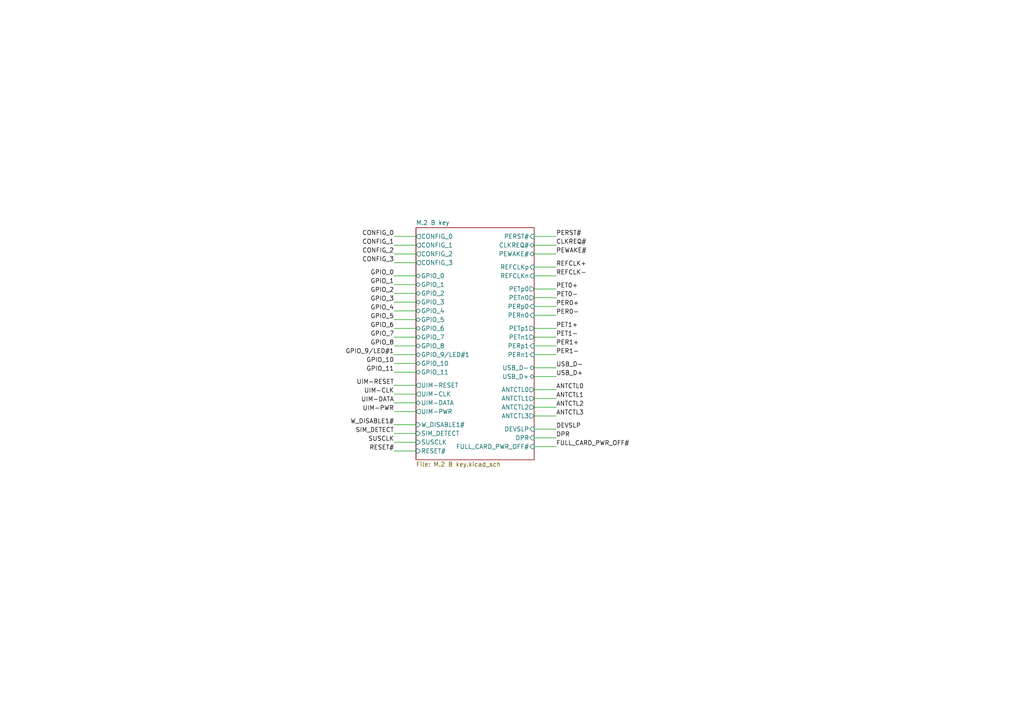
<source format=kicad_sch>
(kicad_sch
	(version 20250114)
	(generator "eeschema")
	(generator_version "9.0")
	(uuid "f02f9a67-3421-481f-99a5-004295b9b181")
	(paper "A4")
	(lib_symbols)
	(wire
		(pts
			(xy 114.3 76.2) (xy 120.65 76.2)
		)
		(stroke
			(width 0)
			(type default)
		)
		(uuid "066cd0ea-e400-4d9a-b858-86eea6046080")
	)
	(wire
		(pts
			(xy 114.3 123.19) (xy 120.65 123.19)
		)
		(stroke
			(width 0)
			(type default)
		)
		(uuid "1673f30a-facd-4d3b-af6f-d565a4c1be90")
	)
	(wire
		(pts
			(xy 114.3 95.25) (xy 120.65 95.25)
		)
		(stroke
			(width 0)
			(type default)
		)
		(uuid "1a96121b-7493-4fc8-8bad-00ae82605e99")
	)
	(wire
		(pts
			(xy 154.94 106.68) (xy 161.29 106.68)
		)
		(stroke
			(width 0)
			(type default)
		)
		(uuid "1efa6422-06a1-4667-bf9c-b75c3fd7f93e")
	)
	(wire
		(pts
			(xy 114.3 87.63) (xy 120.65 87.63)
		)
		(stroke
			(width 0)
			(type default)
		)
		(uuid "24ea6ff0-9485-4bd6-a858-8aecd8085086")
	)
	(wire
		(pts
			(xy 114.3 92.71) (xy 120.65 92.71)
		)
		(stroke
			(width 0)
			(type default)
		)
		(uuid "29e5975b-f0b7-4cc6-974a-2a47cf10cf34")
	)
	(wire
		(pts
			(xy 114.3 73.66) (xy 120.65 73.66)
		)
		(stroke
			(width 0)
			(type default)
		)
		(uuid "381e3cb6-e61e-4050-b744-f7653a55c68d")
	)
	(wire
		(pts
			(xy 154.94 100.33) (xy 161.29 100.33)
		)
		(stroke
			(width 0)
			(type default)
		)
		(uuid "3f85d3d8-6acf-4611-b066-dbff3371ec26")
	)
	(wire
		(pts
			(xy 154.94 97.79) (xy 161.29 97.79)
		)
		(stroke
			(width 0)
			(type default)
		)
		(uuid "4c51acb4-7f7e-4b7f-8943-76fa4d155456")
	)
	(wire
		(pts
			(xy 114.3 107.95) (xy 120.65 107.95)
		)
		(stroke
			(width 0)
			(type default)
		)
		(uuid "4e17bde6-ad2b-4a5e-84ad-d41e33d38dce")
	)
	(wire
		(pts
			(xy 154.94 86.36) (xy 161.29 86.36)
		)
		(stroke
			(width 0)
			(type default)
		)
		(uuid "4e5c85e5-3d57-4a46-9a75-3a5c6b2e0a22")
	)
	(wire
		(pts
			(xy 114.3 82.55) (xy 120.65 82.55)
		)
		(stroke
			(width 0)
			(type default)
		)
		(uuid "5484bd50-9c9e-4a34-b658-a3fca3600bfe")
	)
	(wire
		(pts
			(xy 114.3 105.41) (xy 120.65 105.41)
		)
		(stroke
			(width 0)
			(type default)
		)
		(uuid "565a3d4d-297a-4a57-b88e-810627304d0e")
	)
	(wire
		(pts
			(xy 154.94 109.22) (xy 161.29 109.22)
		)
		(stroke
			(width 0)
			(type default)
		)
		(uuid "5cd25c9c-5826-41f2-b719-2bc665a110ac")
	)
	(wire
		(pts
			(xy 154.94 88.9) (xy 161.29 88.9)
		)
		(stroke
			(width 0)
			(type default)
		)
		(uuid "6e093dba-3314-4483-a4b5-a08828536290")
	)
	(wire
		(pts
			(xy 114.3 71.12) (xy 120.65 71.12)
		)
		(stroke
			(width 0)
			(type default)
		)
		(uuid "6e3268c9-be55-4f38-b776-5696790b463c")
	)
	(wire
		(pts
			(xy 114.3 97.79) (xy 120.65 97.79)
		)
		(stroke
			(width 0)
			(type default)
		)
		(uuid "6eb6eec8-bc32-4d45-acc9-371c45ba0ec2")
	)
	(wire
		(pts
			(xy 154.94 102.87) (xy 161.29 102.87)
		)
		(stroke
			(width 0)
			(type default)
		)
		(uuid "6f1c1c6c-7dad-42d8-82f0-bd48183092a0")
	)
	(wire
		(pts
			(xy 154.94 80.01) (xy 161.29 80.01)
		)
		(stroke
			(width 0)
			(type default)
		)
		(uuid "74138786-d42d-4ee4-a34d-48233a6a56ec")
	)
	(wire
		(pts
			(xy 154.94 77.47) (xy 161.29 77.47)
		)
		(stroke
			(width 0)
			(type default)
		)
		(uuid "951652a6-489e-490b-b977-dce76ea5aa63")
	)
	(wire
		(pts
			(xy 154.94 124.46) (xy 161.29 124.46)
		)
		(stroke
			(width 0)
			(type default)
		)
		(uuid "9b7fa789-5f35-4da3-a359-8aefbdb81e5b")
	)
	(wire
		(pts
			(xy 154.94 129.54) (xy 161.29 129.54)
		)
		(stroke
			(width 0)
			(type default)
		)
		(uuid "9b94a517-7636-46ee-b0de-77e6229cd1bf")
	)
	(wire
		(pts
			(xy 114.3 102.87) (xy 120.65 102.87)
		)
		(stroke
			(width 0)
			(type default)
		)
		(uuid "a0621926-7729-473f-963d-386e4d23463e")
	)
	(wire
		(pts
			(xy 114.3 128.27) (xy 120.65 128.27)
		)
		(stroke
			(width 0)
			(type default)
		)
		(uuid "a1dee19d-8cc1-4a9b-9138-c42447e4718c")
	)
	(wire
		(pts
			(xy 154.94 115.57) (xy 161.29 115.57)
		)
		(stroke
			(width 0)
			(type default)
		)
		(uuid "a39bd202-b46a-440d-b1e4-946bbadc79ae")
	)
	(wire
		(pts
			(xy 154.94 118.11) (xy 161.29 118.11)
		)
		(stroke
			(width 0)
			(type default)
		)
		(uuid "ad5743f8-0895-427c-a891-bcbf29ce7710")
	)
	(wire
		(pts
			(xy 154.94 120.65) (xy 161.29 120.65)
		)
		(stroke
			(width 0)
			(type default)
		)
		(uuid "b6f58278-64b1-4332-a610-96b01d005bb9")
	)
	(wire
		(pts
			(xy 154.94 95.25) (xy 161.29 95.25)
		)
		(stroke
			(width 0)
			(type default)
		)
		(uuid "b7929a7c-1bad-4070-b257-ec0fc17953c6")
	)
	(wire
		(pts
			(xy 114.3 116.84) (xy 120.65 116.84)
		)
		(stroke
			(width 0)
			(type default)
		)
		(uuid "bb505c5d-a85b-4427-aaeb-74ac47445afd")
	)
	(wire
		(pts
			(xy 114.3 111.76) (xy 120.65 111.76)
		)
		(stroke
			(width 0)
			(type default)
		)
		(uuid "bec8b244-00b9-4c81-a936-afbe1c580dc7")
	)
	(wire
		(pts
			(xy 114.3 114.3) (xy 120.65 114.3)
		)
		(stroke
			(width 0)
			(type default)
		)
		(uuid "c409d997-bcdb-43c2-a22d-91f8b8a6d7f2")
	)
	(wire
		(pts
			(xy 154.94 91.44) (xy 161.29 91.44)
		)
		(stroke
			(width 0)
			(type default)
		)
		(uuid "ce7105f7-c89d-49fe-a604-698f4fc5a74d")
	)
	(wire
		(pts
			(xy 114.3 130.81) (xy 120.65 130.81)
		)
		(stroke
			(width 0)
			(type default)
		)
		(uuid "ceb49c4d-3c04-40c1-8954-ddff64c3765b")
	)
	(wire
		(pts
			(xy 114.3 90.17) (xy 120.65 90.17)
		)
		(stroke
			(width 0)
			(type default)
		)
		(uuid "ceb4d7eb-0385-477f-a6bf-24b3329f610b")
	)
	(wire
		(pts
			(xy 154.94 71.12) (xy 161.29 71.12)
		)
		(stroke
			(width 0)
			(type default)
		)
		(uuid "d86853b8-8321-4a01-bbf4-3811b3fded1f")
	)
	(wire
		(pts
			(xy 114.3 100.33) (xy 120.65 100.33)
		)
		(stroke
			(width 0)
			(type default)
		)
		(uuid "db1df719-6218-48e5-8612-bafc34413fc1")
	)
	(wire
		(pts
			(xy 114.3 125.73) (xy 120.65 125.73)
		)
		(stroke
			(width 0)
			(type default)
		)
		(uuid "dcac5cb9-c42c-419c-919b-07a7ce9bdd94")
	)
	(wire
		(pts
			(xy 154.94 73.66) (xy 161.29 73.66)
		)
		(stroke
			(width 0)
			(type default)
		)
		(uuid "dd0a4c55-844c-4239-b747-546737698fe6")
	)
	(wire
		(pts
			(xy 114.3 80.01) (xy 120.65 80.01)
		)
		(stroke
			(width 0)
			(type default)
		)
		(uuid "e6a0a04f-35e2-4d29-95f1-48d943a5cab2")
	)
	(wire
		(pts
			(xy 114.3 85.09) (xy 120.65 85.09)
		)
		(stroke
			(width 0)
			(type default)
		)
		(uuid "e6d8bf0b-7844-46f0-8f87-44e446a0c5dc")
	)
	(wire
		(pts
			(xy 154.94 127) (xy 161.29 127)
		)
		(stroke
			(width 0)
			(type default)
		)
		(uuid "f438a760-0595-4395-bcda-301c9bdd6a12")
	)
	(wire
		(pts
			(xy 154.94 113.03) (xy 161.29 113.03)
		)
		(stroke
			(width 0)
			(type default)
		)
		(uuid "f4840ecf-983e-4630-b5aa-41ee0d2f22a5")
	)
	(wire
		(pts
			(xy 154.94 83.82) (xy 161.29 83.82)
		)
		(stroke
			(width 0)
			(type default)
		)
		(uuid "f638811d-1e77-496a-9c50-17c7a62e4494")
	)
	(wire
		(pts
			(xy 154.94 68.58) (xy 161.29 68.58)
		)
		(stroke
			(width 0)
			(type default)
		)
		(uuid "f6a7d307-d824-43bd-ad70-c9e871e49218")
	)
	(wire
		(pts
			(xy 114.3 68.58) (xy 120.65 68.58)
		)
		(stroke
			(width 0)
			(type default)
		)
		(uuid "f9e5ddde-6fa3-4f79-bba7-87f149cb229c")
	)
	(wire
		(pts
			(xy 114.3 119.38) (xy 120.65 119.38)
		)
		(stroke
			(width 0)
			(type default)
		)
		(uuid "fdf5f751-4381-4479-89d6-b231f54c8c4e")
	)
	(label "GPIO_7"
		(at 114.3 97.79 180)
		(effects
			(font
				(size 1.27 1.27)
			)
			(justify right bottom)
		)
		(uuid "00373f32-4156-490e-9a9c-452cff006b93")
	)
	(label "SUSCLK"
		(at 114.3 128.27 180)
		(effects
			(font
				(size 1.27 1.27)
			)
			(justify right bottom)
		)
		(uuid "00ccb8e5-d3a5-49b0-8d64-a48311b5b4ad")
	)
	(label "GPIO_5"
		(at 114.3 92.71 180)
		(effects
			(font
				(size 1.27 1.27)
			)
			(justify right bottom)
		)
		(uuid "0c0e0b68-4e64-448f-ac84-93a7c602600f")
	)
	(label "CLKREQ#"
		(at 161.29 71.12 0)
		(effects
			(font
				(size 1.27 1.27)
			)
			(justify left bottom)
		)
		(uuid "0d267bff-4df0-4c6c-9ae4-1bacc818592a")
	)
	(label "RESET#"
		(at 114.3 130.81 180)
		(effects
			(font
				(size 1.27 1.27)
			)
			(justify right bottom)
		)
		(uuid "1d87552f-2931-4d51-a735-3366bede16ac")
	)
	(label "PERST#"
		(at 161.29 68.58 0)
		(effects
			(font
				(size 1.27 1.27)
			)
			(justify left bottom)
		)
		(uuid "22559b2d-b12a-4e6a-a661-7f416a2c33cb")
	)
	(label "USB_D-"
		(at 161.29 106.68 0)
		(effects
			(font
				(size 1.27 1.27)
			)
			(justify left bottom)
		)
		(uuid "2449844f-6cb0-4d7c-9553-f3599b26a12f")
	)
	(label "UIM-CLK"
		(at 114.3 114.3 180)
		(effects
			(font
				(size 1.27 1.27)
			)
			(justify right bottom)
		)
		(uuid "26f170f3-d884-442a-a117-f9616bdc1e85")
	)
	(label "W_DISABLE1#"
		(at 114.3 123.19 180)
		(effects
			(font
				(size 1.27 1.27)
			)
			(justify right bottom)
		)
		(uuid "27ab72ea-9d08-491a-8c91-88a8e42d786b")
	)
	(label "CONFIG_2"
		(at 114.3 73.66 180)
		(effects
			(font
				(size 1.27 1.27)
			)
			(justify right bottom)
		)
		(uuid "315c2781-061e-4320-a3c1-f66fbfb021cf")
	)
	(label "DEVSLP"
		(at 161.29 124.46 0)
		(effects
			(font
				(size 1.27 1.27)
			)
			(justify left bottom)
		)
		(uuid "38f5a212-31e3-439a-8285-155c8f349eb1")
	)
	(label "UIM-RESET"
		(at 114.3 111.76 180)
		(effects
			(font
				(size 1.27 1.27)
			)
			(justify right bottom)
		)
		(uuid "40f85764-6b2f-44c5-a23c-eafca428446f")
	)
	(label "USB_D+"
		(at 161.29 109.22 0)
		(effects
			(font
				(size 1.27 1.27)
			)
			(justify left bottom)
		)
		(uuid "45baab93-ff42-4d34-8217-b658640bd497")
	)
	(label "ANTCTL3"
		(at 161.29 120.65 0)
		(effects
			(font
				(size 1.27 1.27)
			)
			(justify left bottom)
		)
		(uuid "4859580e-acb7-49ed-b52e-549a7d083b9d")
	)
	(label "CONFIG_1"
		(at 114.3 71.12 180)
		(effects
			(font
				(size 1.27 1.27)
			)
			(justify right bottom)
		)
		(uuid "4bb838c5-bec8-4812-add1-ba79f5433cc9")
	)
	(label "REFCLK+"
		(at 161.29 77.47 0)
		(effects
			(font
				(size 1.27 1.27)
			)
			(justify left bottom)
		)
		(uuid "5376af44-ec41-461a-8ef5-e9c88c1abb65")
	)
	(label "CONFIG_0"
		(at 114.3 68.58 180)
		(effects
			(font
				(size 1.27 1.27)
			)
			(justify right bottom)
		)
		(uuid "55d6f3e4-d04e-4b27-8321-dbf7b1c6aa09")
	)
	(label "PEWAKE#"
		(at 161.29 73.66 0)
		(effects
			(font
				(size 1.27 1.27)
			)
			(justify left bottom)
		)
		(uuid "5a53a4e4-0e03-4202-b200-ad354b9c953f")
	)
	(label "GPIO_11"
		(at 114.3 107.95 180)
		(effects
			(font
				(size 1.27 1.27)
			)
			(justify right bottom)
		)
		(uuid "6547cae5-ba8c-494c-929f-fc1a43b887e0")
	)
	(label "GPIO_1"
		(at 114.3 82.55 180)
		(effects
			(font
				(size 1.27 1.27)
			)
			(justify right bottom)
		)
		(uuid "6c5fe867-1d4c-4e49-8ba3-581e529021b5")
	)
	(label "GPIO_10"
		(at 114.3 105.41 180)
		(effects
			(font
				(size 1.27 1.27)
			)
			(justify right bottom)
		)
		(uuid "6e276500-a5eb-45e1-83bb-89c9f1af188a")
	)
	(label "FULL_CARD_PWR_OFF#"
		(at 161.29 129.54 0)
		(effects
			(font
				(size 1.27 1.27)
			)
			(justify left bottom)
		)
		(uuid "732d23e5-787c-413f-a7f9-c07b726376cb")
	)
	(label "GPIO_2"
		(at 114.3 85.09 180)
		(effects
			(font
				(size 1.27 1.27)
			)
			(justify right bottom)
		)
		(uuid "740da36c-ef50-49de-a1d1-62efdf507e15")
	)
	(label "PER0+"
		(at 161.29 88.9 0)
		(effects
			(font
				(size 1.27 1.27)
			)
			(justify left bottom)
		)
		(uuid "7d36efcb-468c-4b62-be7d-1e9c25ea2a13")
	)
	(label "CONFIG_3"
		(at 114.3 76.2 180)
		(effects
			(font
				(size 1.27 1.27)
			)
			(justify right bottom)
		)
		(uuid "8a73a1ec-ef71-4c77-8ddd-38aa7efbe2f9")
	)
	(label "DPR"
		(at 161.29 127 0)
		(effects
			(font
				(size 1.27 1.27)
			)
			(justify left bottom)
		)
		(uuid "91a3d272-df55-45a8-9141-5c9ce857b9fe")
	)
	(label "ANTCTL2"
		(at 161.29 118.11 0)
		(effects
			(font
				(size 1.27 1.27)
			)
			(justify left bottom)
		)
		(uuid "9a6385b1-1b3a-4f88-9eec-bb4f8d591967")
	)
	(label "PET1-"
		(at 161.29 97.79 0)
		(effects
			(font
				(size 1.27 1.27)
			)
			(justify left bottom)
		)
		(uuid "9c328d2f-09f1-43db-9955-843067c6a2b5")
	)
	(label "GPIO_9{slash}LED#1"
		(at 114.3 102.87 180)
		(effects
			(font
				(size 1.27 1.27)
			)
			(justify right bottom)
		)
		(uuid "9dbe6677-6b43-47ca-9665-6d0e13c93bd4")
	)
	(label "GPIO_4"
		(at 114.3 90.17 180)
		(effects
			(font
				(size 1.27 1.27)
			)
			(justify right bottom)
		)
		(uuid "b793bf9e-540a-4a46-8c62-04e295f90bb0")
	)
	(label "PET0+"
		(at 161.29 83.82 0)
		(effects
			(font
				(size 1.27 1.27)
			)
			(justify left bottom)
		)
		(uuid "b93821a0-f3c4-4e56-abd6-4330bdcda584")
	)
	(label "PER1+"
		(at 161.29 100.33 0)
		(effects
			(font
				(size 1.27 1.27)
			)
			(justify left bottom)
		)
		(uuid "c5fc9256-7a82-4467-92e7-ae9dcf24b9d1")
	)
	(label "PER1-"
		(at 161.29 102.87 0)
		(effects
			(font
				(size 1.27 1.27)
			)
			(justify left bottom)
		)
		(uuid "ce994d2a-29dc-483c-b6bd-4c88ecdb9498")
	)
	(label "ANTCTL1"
		(at 161.29 115.57 0)
		(effects
			(font
				(size 1.27 1.27)
			)
			(justify left bottom)
		)
		(uuid "d2c9bbdf-9fec-4c0e-98ef-c4f381030e2e")
	)
	(label "PER0-"
		(at 161.29 91.44 0)
		(effects
			(font
				(size 1.27 1.27)
			)
			(justify left bottom)
		)
		(uuid "d36a8c0b-c158-4369-a9b1-5b238d7a10cd")
	)
	(label "UIM-DATA"
		(at 114.3 116.84 180)
		(effects
			(font
				(size 1.27 1.27)
			)
			(justify right bottom)
		)
		(uuid "d61762b2-9936-431a-b5d0-03069a59d33b")
	)
	(label "GPIO_8"
		(at 114.3 100.33 180)
		(effects
			(font
				(size 1.27 1.27)
			)
			(justify right bottom)
		)
		(uuid "d6a531c5-efa3-4ff8-9cfe-693869e78b87")
	)
	(label "GPIO_3"
		(at 114.3 87.63 180)
		(effects
			(font
				(size 1.27 1.27)
			)
			(justify right bottom)
		)
		(uuid "d7bfb558-5fa7-4a01-b42d-acd011bc1d29")
	)
	(label "GPIO_0"
		(at 114.3 80.01 180)
		(effects
			(font
				(size 1.27 1.27)
			)
			(justify right bottom)
		)
		(uuid "da391cd0-32e4-4981-8d30-7c338da77a7a")
	)
	(label "PET1+"
		(at 161.29 95.25 0)
		(effects
			(font
				(size 1.27 1.27)
			)
			(justify left bottom)
		)
		(uuid "e1c923b5-4bc7-477a-8ba2-e60669d32965")
	)
	(label "PET0-"
		(at 161.29 86.36 0)
		(effects
			(font
				(size 1.27 1.27)
			)
			(justify left bottom)
		)
		(uuid "e743c1b1-ee90-4e67-93dc-1b929f6304e4")
	)
	(label "REFCLK-"
		(at 161.29 80.01 0)
		(effects
			(font
				(size 1.27 1.27)
			)
			(justify left bottom)
		)
		(uuid "ea46a3d5-2f1e-4a44-a674-fd1984fe98b0")
	)
	(label "ANTCTL0"
		(at 161.29 113.03 0)
		(effects
			(font
				(size 1.27 1.27)
			)
			(justify left bottom)
		)
		(uuid "ef8d18f6-9ec3-4fbe-8c43-58c3debe3f63")
	)
	(label "GPIO_6"
		(at 114.3 95.25 180)
		(effects
			(font
				(size 1.27 1.27)
			)
			(justify right bottom)
		)
		(uuid "f01e9507-7175-4f58-a329-4302fe21eaa0")
	)
	(label "UIM-PWR"
		(at 114.3 119.38 180)
		(effects
			(font
				(size 1.27 1.27)
			)
			(justify right bottom)
		)
		(uuid "fbe8de91-53c4-4817-ac1b-5de46907aa67")
	)
	(label "SIM_DETECT"
		(at 114.3 125.73 180)
		(effects
			(font
				(size 1.27 1.27)
			)
			(justify right bottom)
		)
		(uuid "fcc045fc-82db-4517-9cc0-3e7f4b248328")
	)
	(sheet
		(at 120.65 66.04)
		(size 34.29 67.31)
		(exclude_from_sim no)
		(in_bom yes)
		(on_board yes)
		(dnp no)
		(fields_autoplaced yes)
		(stroke
			(width 0.1524)
			(type solid)
		)
		(fill
			(color 0 0 0 0.0000)
		)
		(uuid "92addd49-db95-4efd-bbd3-9567435e8834")
		(property "Sheetname" "M.2 B key"
			(at 120.65 65.3284 0)
			(effects
				(font
					(size 1.27 1.27)
				)
				(justify left bottom)
			)
		)
		(property "Sheetfile" "M.2 B key.kicad_sch"
			(at 120.65 133.9346 0)
			(effects
				(font
					(size 1.27 1.27)
				)
				(justify left top)
			)
		)
		(pin "CONFIG_1" output
			(at 120.65 71.12 180)
			(uuid "85c18cca-09a3-49cb-b0a1-7c79a1190624")
			(effects
				(font
					(size 1.27 1.27)
				)
				(justify left)
			)
		)
		(pin "CONFIG_3" output
			(at 120.65 76.2 180)
			(uuid "f05978a6-6826-4daa-92a5-f4ad8f0daab2")
			(effects
				(font
					(size 1.27 1.27)
				)
				(justify left)
			)
		)
		(pin "CONFIG_0" output
			(at 120.65 68.58 180)
			(uuid "d210bf4f-c5fd-44a9-a6ae-f87fb5b1a554")
			(effects
				(font
					(size 1.27 1.27)
				)
				(justify left)
			)
		)
		(pin "CONFIG_2" output
			(at 120.65 73.66 180)
			(uuid "53f0e869-4a41-4690-9ef4-1af53b4f5c53")
			(effects
				(font
					(size 1.27 1.27)
				)
				(justify left)
			)
		)
		(pin "GPIO_5" bidirectional
			(at 120.65 92.71 180)
			(uuid "99ff6219-d7bd-40b8-bf6e-2a7b3f38b35b")
			(effects
				(font
					(size 1.27 1.27)
				)
				(justify left)
			)
		)
		(pin "GPIO_9/LED#1" bidirectional
			(at 120.65 102.87 180)
			(uuid "6c5abac1-45d1-407b-97d9-f6b78a6327bb")
			(effects
				(font
					(size 1.27 1.27)
				)
				(justify left)
			)
		)
		(pin "GPIO_6" bidirectional
			(at 120.65 95.25 180)
			(uuid "d1b9e224-ef0d-4936-9ddd-d2427d5d01ad")
			(effects
				(font
					(size 1.27 1.27)
				)
				(justify left)
			)
		)
		(pin "GPIO_4" bidirectional
			(at 120.65 90.17 180)
			(uuid "1eb6ed0f-8753-4d88-8b3b-6d718ca04052")
			(effects
				(font
					(size 1.27 1.27)
				)
				(justify left)
			)
		)
		(pin "GPIO_3" bidirectional
			(at 120.65 87.63 180)
			(uuid "39a4a8d0-c02c-44a0-8cb1-1fec1f16f2d5")
			(effects
				(font
					(size 1.27 1.27)
				)
				(justify left)
			)
		)
		(pin "GPIO_2" bidirectional
			(at 120.65 85.09 180)
			(uuid "7a9d6ec5-671c-4c90-b68c-c1a294e12b4b")
			(effects
				(font
					(size 1.27 1.27)
				)
				(justify left)
			)
		)
		(pin "GPIO_11" bidirectional
			(at 120.65 107.95 180)
			(uuid "c3652d20-1c25-454d-8f80-a191e0ff44f9")
			(effects
				(font
					(size 1.27 1.27)
				)
				(justify left)
			)
		)
		(pin "GPIO_10" bidirectional
			(at 120.65 105.41 180)
			(uuid "29b5da7c-1e4b-410e-a6fd-56191f11028f")
			(effects
				(font
					(size 1.27 1.27)
				)
				(justify left)
			)
		)
		(pin "GPIO_7" bidirectional
			(at 120.65 97.79 180)
			(uuid "87a96a28-2995-40b6-b2c4-220152e930d8")
			(effects
				(font
					(size 1.27 1.27)
				)
				(justify left)
			)
		)
		(pin "GPIO_8" bidirectional
			(at 120.65 100.33 180)
			(uuid "c2cd1249-60bf-43f9-8075-f07468f2d426")
			(effects
				(font
					(size 1.27 1.27)
				)
				(justify left)
			)
		)
		(pin "GPIO_1" bidirectional
			(at 120.65 82.55 180)
			(uuid "54d06fae-d802-4d57-a136-908ea8bfe586")
			(effects
				(font
					(size 1.27 1.27)
				)
				(justify left)
			)
		)
		(pin "GPIO_0" bidirectional
			(at 120.65 80.01 180)
			(uuid "0d8ee182-6833-492e-a3ca-b3602a79ff57")
			(effects
				(font
					(size 1.27 1.27)
				)
				(justify left)
			)
		)
		(pin "UIM-RESET" output
			(at 120.65 111.76 180)
			(uuid "8bbd94b3-309a-427c-9702-b8137ade0657")
			(effects
				(font
					(size 1.27 1.27)
				)
				(justify left)
			)
		)
		(pin "UIM-CLK" output
			(at 120.65 114.3 180)
			(uuid "4bf8aa30-7e16-4cfa-8d13-3206c507764e")
			(effects
				(font
					(size 1.27 1.27)
				)
				(justify left)
			)
		)
		(pin "UIM-DATA" bidirectional
			(at 120.65 116.84 180)
			(uuid "b7659259-d78c-4d67-b2af-64ae9cca82a6")
			(effects
				(font
					(size 1.27 1.27)
				)
				(justify left)
			)
		)
		(pin "UIM-PWR" output
			(at 120.65 119.38 180)
			(uuid "cb097e02-3a13-4b07-8c9b-d701b022891c")
			(effects
				(font
					(size 1.27 1.27)
				)
				(justify left)
			)
		)
		(pin "PERST#" input
			(at 154.94 68.58 0)
			(uuid "fbbbaafb-21f7-45b5-9a9e-a46094239a2f")
			(effects
				(font
					(size 1.27 1.27)
				)
				(justify right)
			)
		)
		(pin "PEWAKE#" bidirectional
			(at 154.94 73.66 0)
			(uuid "8e1a4624-f7c7-42c2-8dfd-b00e78f3c1a3")
			(effects
				(font
					(size 1.27 1.27)
				)
				(justify right)
			)
		)
		(pin "CLKREQ#" bidirectional
			(at 154.94 71.12 0)
			(uuid "67abbe86-bbd3-4a7e-917c-5f48bbbe2084")
			(effects
				(font
					(size 1.27 1.27)
				)
				(justify right)
			)
		)
		(pin "REFCLKp" input
			(at 154.94 77.47 0)
			(uuid "99aa27e3-f3b4-43b0-a05c-8880692cddf5")
			(effects
				(font
					(size 1.27 1.27)
				)
				(justify right)
			)
		)
		(pin "REFCLKn" input
			(at 154.94 80.01 0)
			(uuid "94648156-1e4b-4559-933d-3bf5af52ea1c")
			(effects
				(font
					(size 1.27 1.27)
				)
				(justify right)
			)
		)
		(pin "PETp0" output
			(at 154.94 83.82 0)
			(uuid "bf0b3142-e7ac-4349-8a02-0be36add5fac")
			(effects
				(font
					(size 1.27 1.27)
				)
				(justify right)
			)
		)
		(pin "PETn0" output
			(at 154.94 86.36 0)
			(uuid "aa0c5220-b2b9-4e01-85e9-bec01d23349b")
			(effects
				(font
					(size 1.27 1.27)
				)
				(justify right)
			)
		)
		(pin "PERn0" input
			(at 154.94 91.44 0)
			(uuid "19c2cc4d-7ae1-4211-869d-f7e195592991")
			(effects
				(font
					(size 1.27 1.27)
				)
				(justify right)
			)
		)
		(pin "PERp0" input
			(at 154.94 88.9 0)
			(uuid "5f5e66c4-1351-43bc-bc07-8208a236cf55")
			(effects
				(font
					(size 1.27 1.27)
				)
				(justify right)
			)
		)
		(pin "PETp1" output
			(at 154.94 95.25 0)
			(uuid "322cce76-e04f-44b4-8267-c68bee8a6213")
			(effects
				(font
					(size 1.27 1.27)
				)
				(justify right)
			)
		)
		(pin "PETn1" output
			(at 154.94 97.79 0)
			(uuid "2b571fb3-2c98-4612-8e4b-473509e07d27")
			(effects
				(font
					(size 1.27 1.27)
				)
				(justify right)
			)
		)
		(pin "PERn1" input
			(at 154.94 102.87 0)
			(uuid "69caf58b-704c-4b3e-8727-48731a7d6a42")
			(effects
				(font
					(size 1.27 1.27)
				)
				(justify right)
			)
		)
		(pin "PERp1" input
			(at 154.94 100.33 0)
			(uuid "a8410d15-244a-461e-b9dd-8dace61d0082")
			(effects
				(font
					(size 1.27 1.27)
				)
				(justify right)
			)
		)
		(pin "USB_D-" bidirectional
			(at 154.94 106.68 0)
			(uuid "1aa2e411-2fd2-46ef-8525-497dc058e7c6")
			(effects
				(font
					(size 1.27 1.27)
				)
				(justify right)
			)
		)
		(pin "USB_D+" bidirectional
			(at 154.94 109.22 0)
			(uuid "fd89bf83-a410-4bd3-962f-aec75b148f9a")
			(effects
				(font
					(size 1.27 1.27)
				)
				(justify right)
			)
		)
		(pin "ANTCTL0" output
			(at 154.94 113.03 0)
			(uuid "db7abc2d-233d-4c6c-96ac-d0a700425248")
			(effects
				(font
					(size 1.27 1.27)
				)
				(justify right)
			)
		)
		(pin "ANTCTL3" output
			(at 154.94 120.65 0)
			(uuid "fb2471b0-6af2-424d-b372-64ce69a6a4ca")
			(effects
				(font
					(size 1.27 1.27)
				)
				(justify right)
			)
		)
		(pin "ANTCTL1" output
			(at 154.94 115.57 0)
			(uuid "f758646f-6cb7-4104-8dbf-a91414c09980")
			(effects
				(font
					(size 1.27 1.27)
				)
				(justify right)
			)
		)
		(pin "ANTCTL2" output
			(at 154.94 118.11 0)
			(uuid "8d212c03-5d02-4dde-9378-f2fdc5ec4ddb")
			(effects
				(font
					(size 1.27 1.27)
				)
				(justify right)
			)
		)
		(pin "W_DISABLE1#" input
			(at 120.65 123.19 180)
			(uuid "6f9307d7-7706-4fde-8314-0bd7ace05c86")
			(effects
				(font
					(size 1.27 1.27)
				)
				(justify left)
			)
		)
		(pin "SIM_DETECT" input
			(at 120.65 125.73 180)
			(uuid "00c603f2-e9a9-40cf-a164-e43467d980dc")
			(effects
				(font
					(size 1.27 1.27)
				)
				(justify left)
			)
		)
		(pin "RESET#" input
			(at 120.65 130.81 180)
			(uuid "663808c7-da4f-47ab-813e-0d31e993bded")
			(effects
				(font
					(size 1.27 1.27)
				)
				(justify left)
			)
		)
		(pin "DEVSLP" input
			(at 154.94 124.46 0)
			(uuid "8ef0d94d-287e-4057-bfde-78791cc8ac5b")
			(effects
				(font
					(size 1.27 1.27)
				)
				(justify right)
			)
		)
		(pin "FULL_CARD_PWR_OFF#" input
			(at 154.94 129.54 0)
			(uuid "f93220a7-d956-4e83-b418-85b6972e6cef")
			(effects
				(font
					(size 1.27 1.27)
				)
				(justify right)
			)
		)
		(pin "DPR" input
			(at 154.94 127 0)
			(uuid "bc7f2914-6d71-4ad0-a06a-2d4db268f7f0")
			(effects
				(font
					(size 1.27 1.27)
				)
				(justify right)
			)
		)
		(pin "SUSCLK" input
			(at 120.65 128.27 180)
			(uuid "d2d8b4f7-4faa-4040-8da4-a639b5936d16")
			(effects
				(font
					(size 1.27 1.27)
				)
				(justify left)
			)
		)
		(instances
			(project "M.2 B Key 2280"
				(path "/f02f9a67-3421-481f-99a5-004295b9b181"
					(page "2")
				)
			)
		)
	)
	(sheet_instances
		(path "/"
			(page "1")
		)
	)
	(embedded_fonts no)
)

</source>
